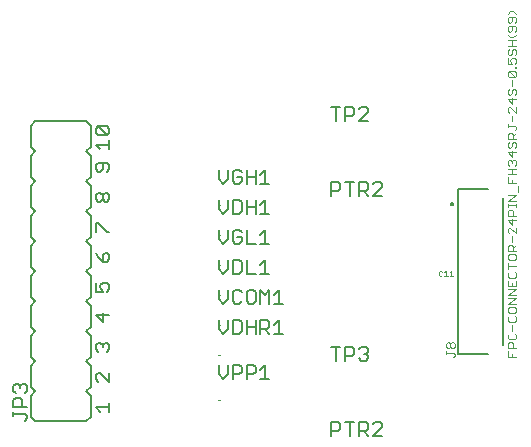
<source format=gto>
G04 EAGLE Gerber RS-274X export*
G75*
%MOMM*%
%FSLAX34Y34*%
%LPD*%
%INSilk top*%
%IPPOS*%
%AMOC8*
5,1,8,0,0,1.08239X$1,22.5*%
G01*
%ADD10C,0.050800*%
%ADD11C,0.152400*%
%ADD12C,0.127000*%
%ADD13C,0.200000*%
%ADD14C,0.076200*%
%ADD15C,0.000000*%


D10*
X373951Y139501D02*
X373202Y140250D01*
X371703Y140250D01*
X370954Y139501D01*
X370954Y136503D01*
X371703Y135754D01*
X373202Y135754D01*
X373951Y136503D01*
X375558Y138751D02*
X377057Y140250D01*
X377057Y135754D01*
X378555Y135754D02*
X375558Y135754D01*
X380162Y138751D02*
X381660Y140250D01*
X381660Y135754D01*
X380162Y135754D02*
X383159Y135754D01*
D11*
X72390Y12700D02*
X29210Y12700D01*
X25400Y34290D02*
X29210Y38100D01*
X25400Y41910D01*
X25400Y59690D01*
X29210Y63500D01*
X25400Y67310D01*
X25400Y85090D01*
X29210Y88900D01*
X72390Y88900D02*
X76200Y85090D01*
X76200Y67310D01*
X72390Y63500D01*
X76200Y59690D01*
X76200Y41910D01*
X72390Y38100D01*
X76200Y34290D01*
X29210Y88900D02*
X25400Y92710D01*
X25400Y110490D01*
X29210Y114300D01*
X25400Y118110D01*
X25400Y135890D01*
X29210Y139700D01*
X76200Y92710D02*
X72390Y88900D01*
X76200Y92710D02*
X76200Y110490D01*
X72390Y114300D02*
X76200Y118110D01*
X72390Y114300D02*
X76200Y110490D01*
X76200Y118110D02*
X76200Y135890D01*
X72390Y139700D01*
X76200Y16510D02*
X72390Y12700D01*
X76200Y16510D02*
X76200Y34290D01*
X29210Y12700D02*
X25400Y16510D01*
X25400Y34290D01*
X29210Y266700D02*
X72390Y266700D01*
X29210Y266700D02*
X25400Y262890D01*
X72390Y266700D02*
X76200Y262890D01*
X72390Y241300D02*
X76200Y237490D01*
X72390Y215900D02*
X76200Y212090D01*
X72390Y190500D02*
X76200Y186690D01*
X72390Y165100D02*
X76200Y161290D01*
X25400Y237490D02*
X29210Y241300D01*
X29210Y215900D02*
X25400Y212090D01*
X29210Y190500D02*
X25400Y186690D01*
X29210Y165100D02*
X25400Y161290D01*
X25400Y143510D02*
X29210Y139700D01*
X29210Y165100D02*
X25400Y168910D01*
X29210Y190500D02*
X25400Y194310D01*
X29210Y215900D02*
X25400Y219710D01*
X29210Y241300D02*
X25400Y245110D01*
X76200Y143510D02*
X72390Y139700D01*
X72390Y165100D02*
X76200Y168910D01*
X72390Y190500D02*
X76200Y194310D01*
X72390Y215900D02*
X76200Y219710D01*
X72390Y241300D02*
X76200Y245110D01*
X25400Y161290D02*
X25400Y143510D01*
X25400Y168910D02*
X25400Y186690D01*
X25400Y194310D02*
X25400Y212090D01*
X25400Y219710D02*
X25400Y237490D01*
X25400Y245110D02*
X25400Y262890D01*
X76200Y161290D02*
X76200Y143510D01*
X76200Y168910D02*
X76200Y186690D01*
X76200Y194310D02*
X76200Y212090D01*
X76200Y219710D02*
X76200Y237490D01*
X76200Y245110D02*
X76200Y262890D01*
D12*
X80635Y24768D02*
X84449Y20955D01*
X80635Y24768D02*
X92075Y24768D01*
X92075Y20955D02*
X92075Y28582D01*
X92075Y46355D02*
X92075Y53982D01*
X84449Y53982D02*
X92075Y46355D01*
X84449Y53982D02*
X82542Y53982D01*
X80635Y52075D01*
X80635Y48262D01*
X82542Y46355D01*
X82542Y71755D02*
X80635Y73662D01*
X80635Y77475D01*
X82542Y79382D01*
X84449Y79382D01*
X86355Y77475D01*
X86355Y75568D01*
X86355Y77475D02*
X88262Y79382D01*
X90168Y79382D01*
X92075Y77475D01*
X92075Y73662D01*
X90168Y71755D01*
X92075Y102875D02*
X80635Y102875D01*
X86355Y97155D01*
X86355Y104782D01*
X80635Y122555D02*
X80635Y130182D01*
X80635Y122555D02*
X86355Y122555D01*
X84449Y126368D01*
X84449Y128275D01*
X86355Y130182D01*
X90168Y130182D01*
X92075Y128275D01*
X92075Y124462D01*
X90168Y122555D01*
X82542Y151768D02*
X80635Y155582D01*
X82542Y151768D02*
X86355Y147955D01*
X90168Y147955D01*
X92075Y149862D01*
X92075Y153675D01*
X90168Y155582D01*
X88262Y155582D01*
X86355Y153675D01*
X86355Y147955D01*
X80635Y173355D02*
X80635Y180982D01*
X82542Y180982D01*
X90168Y173355D01*
X92075Y173355D01*
X82542Y198755D02*
X80635Y200662D01*
X80635Y204475D01*
X82542Y206382D01*
X84449Y206382D01*
X86355Y204475D01*
X88262Y206382D01*
X90168Y206382D01*
X92075Y204475D01*
X92075Y200662D01*
X90168Y198755D01*
X88262Y198755D01*
X86355Y200662D01*
X84449Y198755D01*
X82542Y198755D01*
X86355Y200662D02*
X86355Y204475D01*
X90168Y224155D02*
X92075Y226062D01*
X92075Y229875D01*
X90168Y231782D01*
X82542Y231782D01*
X80635Y229875D01*
X80635Y226062D01*
X82542Y224155D01*
X84449Y224155D01*
X86355Y226062D01*
X86355Y231782D01*
X84449Y243205D02*
X80635Y247018D01*
X92075Y247018D01*
X92075Y243205D02*
X92075Y250832D01*
X90168Y254899D02*
X82542Y254899D01*
X80635Y256806D01*
X80635Y260619D01*
X82542Y262525D01*
X90168Y262525D01*
X92075Y260619D01*
X92075Y256806D01*
X90168Y254899D01*
X82542Y262525D01*
X22225Y15242D02*
X20318Y13335D01*
X22225Y15242D02*
X22225Y17148D01*
X20318Y19055D01*
X10785Y19055D01*
X10785Y17148D02*
X10785Y20962D01*
X10785Y25029D02*
X22225Y25029D01*
X10785Y25029D02*
X10785Y30749D01*
X12692Y32655D01*
X16505Y32655D01*
X18412Y30749D01*
X18412Y25029D01*
X12692Y36723D02*
X10785Y38630D01*
X10785Y42443D01*
X12692Y44349D01*
X14599Y44349D01*
X16505Y42443D01*
X16505Y40536D01*
X16505Y42443D02*
X18412Y44349D01*
X20318Y44349D01*
X22225Y42443D01*
X22225Y38630D01*
X20318Y36723D01*
D13*
X381400Y196700D02*
X381402Y196763D01*
X381408Y196825D01*
X381418Y196887D01*
X381431Y196949D01*
X381449Y197009D01*
X381470Y197068D01*
X381495Y197126D01*
X381524Y197182D01*
X381556Y197236D01*
X381591Y197288D01*
X381629Y197337D01*
X381671Y197385D01*
X381715Y197429D01*
X381763Y197471D01*
X381812Y197509D01*
X381864Y197544D01*
X381918Y197576D01*
X381974Y197605D01*
X382032Y197630D01*
X382091Y197651D01*
X382151Y197669D01*
X382213Y197682D01*
X382275Y197692D01*
X382337Y197698D01*
X382400Y197700D01*
X382463Y197698D01*
X382525Y197692D01*
X382587Y197682D01*
X382649Y197669D01*
X382709Y197651D01*
X382768Y197630D01*
X382826Y197605D01*
X382882Y197576D01*
X382936Y197544D01*
X382988Y197509D01*
X383037Y197471D01*
X383085Y197429D01*
X383129Y197385D01*
X383171Y197337D01*
X383209Y197288D01*
X383244Y197236D01*
X383276Y197182D01*
X383305Y197126D01*
X383330Y197068D01*
X383351Y197009D01*
X383369Y196949D01*
X383382Y196887D01*
X383392Y196825D01*
X383398Y196763D01*
X383400Y196700D01*
X383398Y196637D01*
X383392Y196575D01*
X383382Y196513D01*
X383369Y196451D01*
X383351Y196391D01*
X383330Y196332D01*
X383305Y196274D01*
X383276Y196218D01*
X383244Y196164D01*
X383209Y196112D01*
X383171Y196063D01*
X383129Y196015D01*
X383085Y195971D01*
X383037Y195929D01*
X382988Y195891D01*
X382936Y195856D01*
X382882Y195824D01*
X382826Y195795D01*
X382768Y195770D01*
X382709Y195749D01*
X382649Y195731D01*
X382587Y195718D01*
X382525Y195708D01*
X382463Y195702D01*
X382400Y195700D01*
X382337Y195702D01*
X382275Y195708D01*
X382213Y195718D01*
X382151Y195731D01*
X382091Y195749D01*
X382032Y195770D01*
X381974Y195795D01*
X381918Y195824D01*
X381864Y195856D01*
X381812Y195891D01*
X381763Y195929D01*
X381715Y195971D01*
X381671Y196015D01*
X381629Y196063D01*
X381591Y196112D01*
X381556Y196164D01*
X381524Y196218D01*
X381495Y196274D01*
X381470Y196332D01*
X381449Y196391D01*
X381431Y196451D01*
X381418Y196513D01*
X381408Y196575D01*
X381402Y196637D01*
X381400Y196700D01*
D12*
X387400Y69700D02*
X412400Y69700D01*
X387400Y69700D02*
X387400Y209700D01*
X412400Y209700D01*
X425400Y201700D02*
X425400Y77700D01*
D14*
X384519Y68310D02*
X383290Y67081D01*
X384519Y68310D02*
X384519Y69538D01*
X383290Y70767D01*
X377147Y70767D01*
X377147Y69538D02*
X377147Y71996D01*
X378375Y74565D02*
X377147Y75794D01*
X377147Y78251D01*
X378375Y79480D01*
X379604Y79480D01*
X380833Y78251D01*
X382062Y79480D01*
X383290Y79480D01*
X384519Y78251D01*
X384519Y75794D01*
X383290Y74565D01*
X382062Y74565D01*
X380833Y75794D01*
X379604Y74565D01*
X378375Y74565D01*
X380833Y75794D02*
X380833Y78251D01*
X429147Y67081D02*
X436519Y67081D01*
X429147Y67081D02*
X429147Y71996D01*
X432833Y69538D02*
X432833Y67081D01*
X436519Y74565D02*
X429147Y74565D01*
X429147Y78251D01*
X430375Y79480D01*
X432833Y79480D01*
X434062Y78251D01*
X434062Y74565D01*
X429147Y85735D02*
X430375Y86964D01*
X429147Y85735D02*
X429147Y83278D01*
X430375Y82049D01*
X435290Y82049D01*
X436519Y83278D01*
X436519Y85735D01*
X435290Y86964D01*
X432833Y89533D02*
X432833Y94448D01*
X429147Y100704D02*
X430375Y101932D01*
X429147Y100704D02*
X429147Y98246D01*
X430375Y97018D01*
X435290Y97018D01*
X436519Y98246D01*
X436519Y100704D01*
X435290Y101932D01*
X429147Y105730D02*
X429147Y108188D01*
X429147Y105730D02*
X430375Y104502D01*
X435290Y104502D01*
X436519Y105730D01*
X436519Y108188D01*
X435290Y109417D01*
X430375Y109417D01*
X429147Y108188D01*
X429147Y111986D02*
X436519Y111986D01*
X436519Y116901D02*
X429147Y111986D01*
X429147Y116901D02*
X436519Y116901D01*
X436519Y119470D02*
X429147Y119470D01*
X436519Y124385D01*
X429147Y124385D01*
X429147Y126954D02*
X429147Y131869D01*
X429147Y126954D02*
X436519Y126954D01*
X436519Y131869D01*
X432833Y129412D02*
X432833Y126954D01*
X429147Y138125D02*
X430375Y139353D01*
X429147Y138125D02*
X429147Y135667D01*
X430375Y134438D01*
X435290Y134438D01*
X436519Y135667D01*
X436519Y138125D01*
X435290Y139353D01*
X436519Y144380D02*
X429147Y144380D01*
X429147Y141923D02*
X429147Y146837D01*
X429147Y150635D02*
X429147Y153093D01*
X429147Y150635D02*
X430375Y149407D01*
X435290Y149407D01*
X436519Y150635D01*
X436519Y153093D01*
X435290Y154322D01*
X430375Y154322D01*
X429147Y153093D01*
X429147Y156891D02*
X436519Y156891D01*
X429147Y156891D02*
X429147Y160577D01*
X430375Y161806D01*
X432833Y161806D01*
X434062Y160577D01*
X434062Y156891D01*
X434062Y159348D02*
X436519Y161806D01*
X432833Y164375D02*
X432833Y169290D01*
X436519Y171859D02*
X436519Y176774D01*
X436519Y171859D02*
X431604Y176774D01*
X430375Y176774D01*
X429147Y175545D01*
X429147Y173088D01*
X430375Y171859D01*
X429147Y183029D02*
X436519Y183029D01*
X432833Y179343D02*
X429147Y183029D01*
X432833Y184258D02*
X432833Y179343D01*
X436519Y186828D02*
X429147Y186828D01*
X429147Y190514D01*
X430375Y191742D01*
X432833Y191742D01*
X434062Y190514D01*
X434062Y186828D01*
X436519Y194312D02*
X436519Y196769D01*
X436519Y195540D02*
X429147Y195540D01*
X429147Y194312D02*
X429147Y196769D01*
X429147Y199301D02*
X436519Y199301D01*
X436519Y204216D02*
X429147Y199301D01*
X429147Y204216D02*
X436519Y204216D01*
X437748Y206785D02*
X437748Y211700D01*
X436519Y214269D02*
X429147Y214269D01*
X429147Y219184D01*
X432833Y216727D02*
X432833Y214269D01*
X436519Y221754D02*
X429147Y221754D01*
X432833Y221754D02*
X432833Y226668D01*
X429147Y226668D02*
X436519Y226668D01*
X430375Y229238D02*
X429147Y230466D01*
X429147Y232924D01*
X430375Y234153D01*
X431604Y234153D01*
X432833Y232924D01*
X432833Y231695D01*
X432833Y232924D02*
X434062Y234153D01*
X435290Y234153D01*
X436519Y232924D01*
X436519Y230466D01*
X435290Y229238D01*
X436519Y240408D02*
X429147Y240408D01*
X432833Y236722D01*
X432833Y241637D01*
X429147Y247892D02*
X430375Y249121D01*
X429147Y247892D02*
X429147Y245435D01*
X430375Y244206D01*
X431604Y244206D01*
X432833Y245435D01*
X432833Y247892D01*
X434062Y249121D01*
X435290Y249121D01*
X436519Y247892D01*
X436519Y245435D01*
X435290Y244206D01*
X436519Y251690D02*
X429147Y251690D01*
X429147Y255376D01*
X430375Y256605D01*
X432833Y256605D01*
X434062Y255376D01*
X434062Y251690D01*
X434062Y254148D02*
X436519Y256605D01*
X435290Y259174D02*
X436519Y260403D01*
X436519Y261632D01*
X435290Y262860D01*
X429147Y262860D01*
X429147Y261632D02*
X429147Y264089D01*
X432833Y266659D02*
X432833Y271573D01*
X436519Y274143D02*
X436519Y279058D01*
X436519Y274143D02*
X431604Y279058D01*
X430375Y279058D01*
X429147Y277829D01*
X429147Y275371D01*
X430375Y274143D01*
X429147Y285313D02*
X436519Y285313D01*
X432833Y281627D02*
X429147Y285313D01*
X432833Y286542D02*
X432833Y281627D01*
X429147Y292797D02*
X430375Y294026D01*
X429147Y292797D02*
X429147Y290340D01*
X430375Y289111D01*
X431604Y289111D01*
X432833Y290340D01*
X432833Y292797D01*
X434062Y294026D01*
X435290Y294026D01*
X436519Y292797D01*
X436519Y290340D01*
X435290Y289111D01*
X432833Y296595D02*
X432833Y301510D01*
X435290Y304079D02*
X430375Y304079D01*
X429147Y305308D01*
X429147Y307765D01*
X430375Y308994D01*
X435290Y308994D01*
X436519Y307765D01*
X436519Y305308D01*
X435290Y304079D01*
X430375Y308994D01*
X435290Y311563D02*
X436519Y311563D01*
X435290Y311563D02*
X435290Y312792D01*
X436519Y312792D01*
X436519Y311563D01*
X429147Y315306D02*
X429147Y320220D01*
X429147Y315306D02*
X432833Y315306D01*
X431604Y317763D01*
X431604Y318992D01*
X432833Y320220D01*
X435290Y320220D01*
X436519Y318992D01*
X436519Y316534D01*
X435290Y315306D01*
X429147Y326476D02*
X430375Y327705D01*
X429147Y326476D02*
X429147Y324018D01*
X430375Y322790D01*
X431604Y322790D01*
X432833Y324018D01*
X432833Y326476D01*
X434062Y327705D01*
X435290Y327705D01*
X436519Y326476D01*
X436519Y324018D01*
X435290Y322790D01*
X436519Y330274D02*
X429147Y330274D01*
X432833Y330274D02*
X432833Y335189D01*
X429147Y335189D02*
X436519Y335189D01*
X434062Y337758D02*
X436519Y340215D01*
X434062Y337758D02*
X431604Y337758D01*
X429147Y340215D01*
X435290Y342747D02*
X436519Y343976D01*
X436519Y346434D01*
X435290Y347662D01*
X430375Y347662D01*
X429147Y346434D01*
X429147Y343976D01*
X430375Y342747D01*
X431604Y342747D01*
X432833Y343976D01*
X432833Y347662D01*
X435290Y350232D02*
X436519Y351460D01*
X436519Y353918D01*
X435290Y355146D01*
X430375Y355146D01*
X429147Y353918D01*
X429147Y351460D01*
X430375Y350232D01*
X431604Y350232D01*
X432833Y351460D01*
X432833Y355146D01*
X436519Y357716D02*
X434062Y360173D01*
X431604Y360173D01*
X429147Y357716D01*
D12*
X184785Y174635D02*
X184785Y167008D01*
X188598Y163195D01*
X192412Y167008D01*
X192412Y174635D01*
X202199Y174635D02*
X204105Y172728D01*
X202199Y174635D02*
X198386Y174635D01*
X196479Y172728D01*
X196479Y165102D01*
X198386Y163195D01*
X202199Y163195D01*
X204105Y165102D01*
X204105Y168915D01*
X200292Y168915D01*
X208173Y174635D02*
X208173Y163195D01*
X215799Y163195D01*
X219867Y170822D02*
X223680Y174635D01*
X223680Y163195D01*
X219867Y163195D02*
X227493Y163195D01*
D15*
X184235Y145034D02*
X184235Y144780D01*
X184150Y145034D02*
X184319Y145034D01*
X184384Y145034D02*
X184384Y144780D01*
X184384Y145034D02*
X184511Y145034D01*
X184553Y144992D01*
X184553Y144907D01*
X184511Y144865D01*
X184384Y144865D01*
X184618Y144780D02*
X184618Y145034D01*
X184745Y145034D01*
X184787Y144992D01*
X184787Y144949D01*
X184745Y144907D01*
X184787Y144865D01*
X184787Y144822D01*
X184745Y144780D01*
X184618Y144780D01*
X184618Y144907D02*
X184745Y144907D01*
X184852Y144949D02*
X184936Y145034D01*
X184936Y144780D01*
X184852Y144780D02*
X185021Y144780D01*
X185086Y144695D02*
X185170Y144780D01*
X185170Y144822D01*
X185128Y144822D01*
X185128Y144780D01*
X185170Y144780D01*
X185241Y144780D02*
X185411Y144780D01*
X185411Y144949D02*
X185241Y144780D01*
X185411Y144949D02*
X185411Y144992D01*
X185369Y145034D01*
X185284Y145034D01*
X185241Y144992D01*
X185475Y145034D02*
X185645Y145034D01*
X185645Y144992D01*
X185475Y144822D01*
X185475Y144780D01*
D12*
X184785Y192408D02*
X184785Y200035D01*
X184785Y192408D02*
X188598Y188595D01*
X192412Y192408D01*
X192412Y200035D01*
X196479Y200035D02*
X196479Y188595D01*
X202199Y188595D01*
X204105Y190502D01*
X204105Y198128D01*
X202199Y200035D01*
X196479Y200035D01*
X208173Y200035D02*
X208173Y188595D01*
X208173Y194315D02*
X215799Y194315D01*
X215799Y200035D02*
X215799Y188595D01*
X219867Y196222D02*
X223680Y200035D01*
X223680Y188595D01*
X219867Y188595D02*
X227493Y188595D01*
D15*
X184235Y170434D02*
X184235Y170180D01*
X184150Y170434D02*
X184319Y170434D01*
X184384Y170434D02*
X184384Y170180D01*
X184384Y170434D02*
X184511Y170434D01*
X184553Y170392D01*
X184553Y170307D01*
X184511Y170265D01*
X184384Y170265D01*
X184618Y170180D02*
X184618Y170434D01*
X184745Y170434D01*
X184787Y170392D01*
X184787Y170349D01*
X184745Y170307D01*
X184787Y170265D01*
X184787Y170222D01*
X184745Y170180D01*
X184618Y170180D01*
X184618Y170307D02*
X184745Y170307D01*
X184852Y170349D02*
X184936Y170434D01*
X184936Y170180D01*
X184852Y170180D02*
X185021Y170180D01*
X185086Y170095D02*
X185170Y170180D01*
X185170Y170222D01*
X185128Y170222D01*
X185128Y170180D01*
X185170Y170180D01*
X185241Y170180D02*
X185411Y170180D01*
X185411Y170349D02*
X185241Y170180D01*
X185411Y170349D02*
X185411Y170392D01*
X185369Y170434D01*
X185284Y170434D01*
X185241Y170392D01*
X185475Y170434D02*
X185645Y170434D01*
X185645Y170392D01*
X185475Y170222D01*
X185475Y170180D01*
D12*
X184785Y123835D02*
X184785Y116208D01*
X188598Y112395D01*
X192412Y116208D01*
X192412Y123835D01*
X202199Y123835D02*
X204105Y121928D01*
X202199Y123835D02*
X198386Y123835D01*
X196479Y121928D01*
X196479Y114302D01*
X198386Y112395D01*
X202199Y112395D01*
X204105Y114302D01*
X210080Y123835D02*
X213893Y123835D01*
X210080Y123835D02*
X208173Y121928D01*
X208173Y114302D01*
X210080Y112395D01*
X213893Y112395D01*
X215799Y114302D01*
X215799Y121928D01*
X213893Y123835D01*
X219867Y123835D02*
X219867Y112395D01*
X223680Y120022D02*
X219867Y123835D01*
X223680Y120022D02*
X227493Y123835D01*
X227493Y112395D01*
X231561Y120022D02*
X235374Y123835D01*
X235374Y112395D01*
X231561Y112395D02*
X239187Y112395D01*
D15*
X184235Y94234D02*
X184235Y93980D01*
X184150Y94234D02*
X184319Y94234D01*
X184384Y94234D02*
X184384Y93980D01*
X184384Y94234D02*
X184511Y94234D01*
X184553Y94192D01*
X184553Y94107D01*
X184511Y94065D01*
X184384Y94065D01*
X184618Y93980D02*
X184618Y94234D01*
X184745Y94234D01*
X184787Y94192D01*
X184787Y94149D01*
X184745Y94107D01*
X184787Y94065D01*
X184787Y94022D01*
X184745Y93980D01*
X184618Y93980D01*
X184618Y94107D02*
X184745Y94107D01*
X184852Y94149D02*
X184936Y94234D01*
X184936Y93980D01*
X184852Y93980D02*
X185021Y93980D01*
X185086Y93895D02*
X185170Y93980D01*
X185170Y94022D01*
X185128Y94022D01*
X185128Y93980D01*
X185170Y93980D01*
X185241Y93980D02*
X185411Y93980D01*
X185411Y94149D02*
X185241Y93980D01*
X185411Y94149D02*
X185411Y94192D01*
X185369Y94234D01*
X185284Y94234D01*
X185241Y94192D01*
X185475Y94234D02*
X185645Y94234D01*
X185645Y94192D01*
X185475Y94022D01*
X185475Y93980D01*
D12*
X184785Y141608D02*
X184785Y149235D01*
X184785Y141608D02*
X188598Y137795D01*
X192412Y141608D01*
X192412Y149235D01*
X196479Y149235D02*
X196479Y137795D01*
X202199Y137795D01*
X204105Y139702D01*
X204105Y147328D01*
X202199Y149235D01*
X196479Y149235D01*
X208173Y149235D02*
X208173Y137795D01*
X215799Y137795D01*
X219867Y145422D02*
X223680Y149235D01*
X223680Y137795D01*
X219867Y137795D02*
X227493Y137795D01*
D15*
X184235Y119634D02*
X184235Y119380D01*
X184150Y119634D02*
X184319Y119634D01*
X184384Y119634D02*
X184384Y119380D01*
X184384Y119634D02*
X184511Y119634D01*
X184553Y119592D01*
X184553Y119507D01*
X184511Y119465D01*
X184384Y119465D01*
X184618Y119380D02*
X184618Y119634D01*
X184745Y119634D01*
X184787Y119592D01*
X184787Y119549D01*
X184745Y119507D01*
X184787Y119465D01*
X184787Y119422D01*
X184745Y119380D01*
X184618Y119380D01*
X184618Y119507D02*
X184745Y119507D01*
X184852Y119549D02*
X184936Y119634D01*
X184936Y119380D01*
X184852Y119380D02*
X185021Y119380D01*
X185086Y119295D02*
X185170Y119380D01*
X185170Y119422D01*
X185128Y119422D01*
X185128Y119380D01*
X185170Y119380D01*
X185241Y119380D02*
X185411Y119380D01*
X185411Y119549D02*
X185241Y119380D01*
X185411Y119549D02*
X185411Y119592D01*
X185369Y119634D01*
X185284Y119634D01*
X185241Y119592D01*
X185475Y119634D02*
X185645Y119634D01*
X185645Y119592D01*
X185475Y119422D01*
X185475Y119380D01*
D12*
X184785Y217808D02*
X184785Y225435D01*
X184785Y217808D02*
X188598Y213995D01*
X192412Y217808D01*
X192412Y225435D01*
X202199Y225435D02*
X204105Y223528D01*
X202199Y225435D02*
X198386Y225435D01*
X196479Y223528D01*
X196479Y215902D01*
X198386Y213995D01*
X202199Y213995D01*
X204105Y215902D01*
X204105Y219715D01*
X200292Y219715D01*
X208173Y213995D02*
X208173Y225435D01*
X208173Y219715D02*
X215799Y219715D01*
X215799Y225435D02*
X215799Y213995D01*
X219867Y221622D02*
X223680Y225435D01*
X223680Y213995D01*
X219867Y213995D02*
X227493Y213995D01*
D15*
X184235Y195834D02*
X184235Y195580D01*
X184150Y195834D02*
X184319Y195834D01*
X184384Y195834D02*
X184384Y195580D01*
X184384Y195834D02*
X184511Y195834D01*
X184553Y195792D01*
X184553Y195707D01*
X184511Y195665D01*
X184384Y195665D01*
X184618Y195580D02*
X184618Y195834D01*
X184745Y195834D01*
X184787Y195792D01*
X184787Y195749D01*
X184745Y195707D01*
X184787Y195665D01*
X184787Y195622D01*
X184745Y195580D01*
X184618Y195580D01*
X184618Y195707D02*
X184745Y195707D01*
X184852Y195749D02*
X184936Y195834D01*
X184936Y195580D01*
X184852Y195580D02*
X185021Y195580D01*
X185086Y195495D02*
X185170Y195580D01*
X185170Y195622D01*
X185128Y195622D01*
X185128Y195580D01*
X185170Y195580D01*
X185241Y195580D02*
X185411Y195580D01*
X185411Y195749D02*
X185241Y195580D01*
X185411Y195749D02*
X185411Y195792D01*
X185369Y195834D01*
X185284Y195834D01*
X185241Y195792D01*
X185475Y195834D02*
X185645Y195834D01*
X185645Y195792D01*
X185475Y195622D01*
X185475Y195580D01*
D12*
X184785Y98435D02*
X184785Y90808D01*
X188598Y86995D01*
X192412Y90808D01*
X192412Y98435D01*
X196479Y98435D02*
X196479Y86995D01*
X202199Y86995D01*
X204105Y88902D01*
X204105Y96528D01*
X202199Y98435D01*
X196479Y98435D01*
X208173Y98435D02*
X208173Y86995D01*
X208173Y92715D02*
X215799Y92715D01*
X215799Y98435D02*
X215799Y86995D01*
X219867Y86995D02*
X219867Y98435D01*
X225587Y98435D01*
X227493Y96528D01*
X227493Y92715D01*
X225587Y90808D01*
X219867Y90808D01*
X223680Y90808D02*
X227493Y86995D01*
X231561Y94622D02*
X235374Y98435D01*
X235374Y86995D01*
X231561Y86995D02*
X239187Y86995D01*
D15*
X184235Y68834D02*
X184235Y68580D01*
X184150Y68834D02*
X184319Y68834D01*
X184384Y68834D02*
X184384Y68580D01*
X184384Y68834D02*
X184511Y68834D01*
X184553Y68792D01*
X184553Y68707D01*
X184511Y68665D01*
X184384Y68665D01*
X184618Y68580D02*
X184618Y68834D01*
X184745Y68834D01*
X184787Y68792D01*
X184787Y68749D01*
X184745Y68707D01*
X184787Y68665D01*
X184787Y68622D01*
X184745Y68580D01*
X184618Y68580D01*
X184618Y68707D02*
X184745Y68707D01*
X184852Y68749D02*
X184936Y68834D01*
X184936Y68580D01*
X184852Y68580D02*
X185021Y68580D01*
X185086Y68495D02*
X185170Y68580D01*
X185170Y68622D01*
X185128Y68622D01*
X185128Y68580D01*
X185170Y68580D01*
X185241Y68580D02*
X185411Y68580D01*
X185411Y68749D02*
X185241Y68580D01*
X185411Y68749D02*
X185411Y68792D01*
X185369Y68834D01*
X185284Y68834D01*
X185241Y68792D01*
X185475Y68834D02*
X185645Y68834D01*
X185645Y68792D01*
X185475Y68622D01*
X185475Y68580D01*
D12*
X184785Y60335D02*
X184785Y52708D01*
X188598Y48895D01*
X192412Y52708D01*
X192412Y60335D01*
X196479Y60335D02*
X196479Y48895D01*
X196479Y60335D02*
X202199Y60335D01*
X204105Y58428D01*
X204105Y54615D01*
X202199Y52708D01*
X196479Y52708D01*
X208173Y48895D02*
X208173Y60335D01*
X213893Y60335D01*
X215799Y58428D01*
X215799Y54615D01*
X213893Y52708D01*
X208173Y52708D01*
X219867Y56522D02*
X223680Y60335D01*
X223680Y48895D01*
X219867Y48895D02*
X227493Y48895D01*
D15*
X184235Y30734D02*
X184235Y30480D01*
X184150Y30734D02*
X184319Y30734D01*
X184384Y30734D02*
X184384Y30480D01*
X184384Y30734D02*
X184511Y30734D01*
X184553Y30692D01*
X184553Y30607D01*
X184511Y30565D01*
X184384Y30565D01*
X184618Y30480D02*
X184618Y30734D01*
X184745Y30734D01*
X184787Y30692D01*
X184787Y30649D01*
X184745Y30607D01*
X184787Y30565D01*
X184787Y30522D01*
X184745Y30480D01*
X184618Y30480D01*
X184618Y30607D02*
X184745Y30607D01*
X184852Y30649D02*
X184936Y30734D01*
X184936Y30480D01*
X184852Y30480D02*
X185021Y30480D01*
X185086Y30395D02*
X185170Y30480D01*
X185170Y30522D01*
X185128Y30522D01*
X185128Y30480D01*
X185170Y30480D01*
X185241Y30480D02*
X185411Y30480D01*
X185411Y30649D02*
X185241Y30480D01*
X185411Y30649D02*
X185411Y30692D01*
X185369Y30734D01*
X185284Y30734D01*
X185241Y30692D01*
X185475Y30734D02*
X185645Y30734D01*
X185645Y30692D01*
X185475Y30522D01*
X185475Y30480D01*
D12*
X283848Y267335D02*
X283848Y278775D01*
X280035Y278775D02*
X287662Y278775D01*
X291729Y278775D02*
X291729Y267335D01*
X291729Y278775D02*
X297449Y278775D01*
X299355Y276868D01*
X299355Y273055D01*
X297449Y271148D01*
X291729Y271148D01*
X303423Y267335D02*
X311049Y267335D01*
X303423Y267335D02*
X311049Y274962D01*
X311049Y276868D01*
X309143Y278775D01*
X305330Y278775D01*
X303423Y276868D01*
X280035Y215275D02*
X280035Y203835D01*
X280035Y215275D02*
X285755Y215275D01*
X287662Y213368D01*
X287662Y209555D01*
X285755Y207648D01*
X280035Y207648D01*
X295542Y203835D02*
X295542Y215275D01*
X291729Y215275D02*
X299355Y215275D01*
X303423Y215275D02*
X303423Y203835D01*
X303423Y215275D02*
X309143Y215275D01*
X311049Y213368D01*
X311049Y209555D01*
X309143Y207648D01*
X303423Y207648D01*
X307236Y207648D02*
X311049Y203835D01*
X315117Y203835D02*
X322743Y203835D01*
X315117Y203835D02*
X322743Y211462D01*
X322743Y213368D01*
X320837Y215275D01*
X317024Y215275D01*
X315117Y213368D01*
X283848Y75575D02*
X283848Y64135D01*
X280035Y75575D02*
X287662Y75575D01*
X291729Y75575D02*
X291729Y64135D01*
X291729Y75575D02*
X297449Y75575D01*
X299355Y73668D01*
X299355Y69855D01*
X297449Y67948D01*
X291729Y67948D01*
X303423Y73668D02*
X305330Y75575D01*
X309143Y75575D01*
X311049Y73668D01*
X311049Y71762D01*
X309143Y69855D01*
X307236Y69855D01*
X309143Y69855D02*
X311049Y67948D01*
X311049Y66042D01*
X309143Y64135D01*
X305330Y64135D01*
X303423Y66042D01*
X280035Y12075D02*
X280035Y635D01*
X280035Y12075D02*
X285755Y12075D01*
X287662Y10168D01*
X287662Y6355D01*
X285755Y4448D01*
X280035Y4448D01*
X295542Y635D02*
X295542Y12075D01*
X291729Y12075D02*
X299355Y12075D01*
X303423Y12075D02*
X303423Y635D01*
X303423Y12075D02*
X309143Y12075D01*
X311049Y10168D01*
X311049Y6355D01*
X309143Y4448D01*
X303423Y4448D01*
X307236Y4448D02*
X311049Y635D01*
X315117Y635D02*
X322743Y635D01*
X315117Y635D02*
X322743Y8262D01*
X322743Y10168D01*
X320837Y12075D01*
X317024Y12075D01*
X315117Y10168D01*
M02*

</source>
